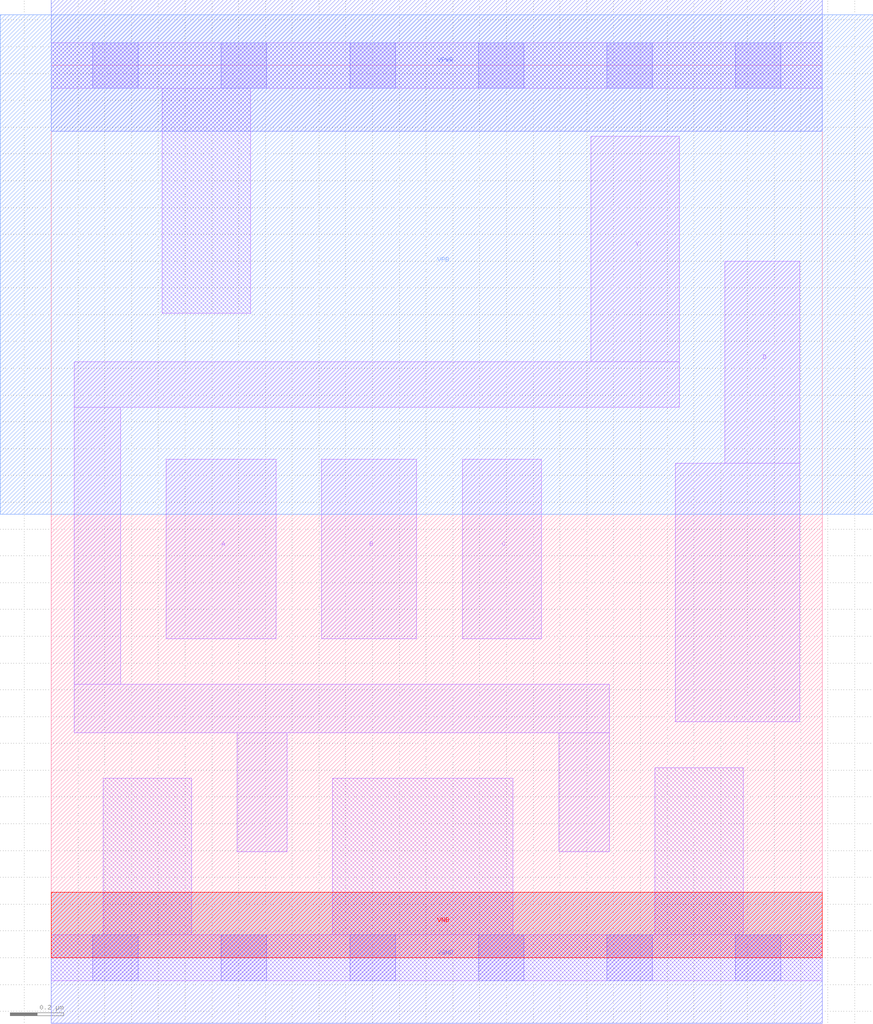
<source format=lef>
# Copyright 2020 The SkyWater PDK Authors
#
# Licensed under the Apache License, Version 2.0 (the "License");
# you may not use this file except in compliance with the License.
# You may obtain a copy of the License at
#
#     https://www.apache.org/licenses/LICENSE-2.0
#
# Unless required by applicable law or agreed to in writing, software
# distributed under the License is distributed on an "AS IS" BASIS,
# WITHOUT WARRANTIES OR CONDITIONS OF ANY KIND, either express or implied.
# See the License for the specific language governing permissions and
# limitations under the License.
#
# SPDX-License-Identifier: Apache-2.0

VERSION 5.7 ;
  NOWIREEXTENSIONATPIN ON ;
  DIVIDERCHAR "/" ;
  BUSBITCHARS "[]" ;
MACRO sky130_fd_sc_lp__nor4_0
  CLASS CORE ;
  FOREIGN sky130_fd_sc_lp__nor4_0 ;
  ORIGIN  0.000000  0.000000 ;
  SIZE  2.880000 BY  3.330000 ;
  SYMMETRY X Y R90 ;
  SITE unit ;
  PIN A
    ANTENNAGATEAREA  0.159000 ;
    DIRECTION INPUT ;
    USE SIGNAL ;
    PORT
      LAYER li1 ;
        RECT 0.430000 1.190000 0.840000 1.860000 ;
    END
  END A
  PIN B
    ANTENNAGATEAREA  0.159000 ;
    DIRECTION INPUT ;
    USE SIGNAL ;
    PORT
      LAYER li1 ;
        RECT 1.010000 1.190000 1.365000 1.860000 ;
    END
  END B
  PIN C
    ANTENNAGATEAREA  0.159000 ;
    DIRECTION INPUT ;
    USE SIGNAL ;
    PORT
      LAYER li1 ;
        RECT 1.535000 1.190000 1.830000 1.860000 ;
    END
  END C
  PIN D
    ANTENNAGATEAREA  0.159000 ;
    DIRECTION INPUT ;
    USE SIGNAL ;
    PORT
      LAYER li1 ;
        RECT 2.330000 0.880000 2.795000 1.845000 ;
        RECT 2.515000 1.845000 2.795000 2.600000 ;
    END
  END D
  PIN Y
    ANTENNADIFFAREA  0.404800 ;
    DIRECTION OUTPUT ;
    USE SIGNAL ;
    PORT
      LAYER li1 ;
        RECT 0.085000 0.840000 2.085000 1.020000 ;
        RECT 0.085000 1.020000 0.260000 2.055000 ;
        RECT 0.085000 2.055000 2.345000 2.225000 ;
        RECT 0.695000 0.395000 0.880000 0.840000 ;
        RECT 1.895000 0.395000 2.085000 0.840000 ;
        RECT 2.015000 2.225000 2.345000 3.065000 ;
    END
  END Y
  PIN VGND
    DIRECTION INOUT ;
    USE GROUND ;
    PORT
      LAYER met1 ;
        RECT 0.000000 -0.245000 2.880000 0.245000 ;
    END
  END VGND
  PIN VNB
    DIRECTION INOUT ;
    USE GROUND ;
    PORT
      LAYER pwell ;
        RECT 0.000000 0.000000 2.880000 0.245000 ;
    END
  END VNB
  PIN VPB
    DIRECTION INOUT ;
    USE POWER ;
    PORT
      LAYER nwell ;
        RECT -0.190000 1.655000 3.070000 3.520000 ;
    END
  END VPB
  PIN VPWR
    DIRECTION INOUT ;
    USE POWER ;
    PORT
      LAYER met1 ;
        RECT 0.000000 3.085000 2.880000 3.575000 ;
    END
  END VPWR
  OBS
    LAYER li1 ;
      RECT 0.000000 -0.085000 2.880000 0.085000 ;
      RECT 0.000000  3.245000 2.880000 3.415000 ;
      RECT 0.195000  0.085000 0.525000 0.670000 ;
      RECT 0.415000  2.405000 0.745000 3.245000 ;
      RECT 1.050000  0.085000 1.725000 0.670000 ;
      RECT 2.255000  0.085000 2.585000 0.710000 ;
    LAYER mcon ;
      RECT 0.155000 -0.085000 0.325000 0.085000 ;
      RECT 0.155000  3.245000 0.325000 3.415000 ;
      RECT 0.635000 -0.085000 0.805000 0.085000 ;
      RECT 0.635000  3.245000 0.805000 3.415000 ;
      RECT 1.115000 -0.085000 1.285000 0.085000 ;
      RECT 1.115000  3.245000 1.285000 3.415000 ;
      RECT 1.595000 -0.085000 1.765000 0.085000 ;
      RECT 1.595000  3.245000 1.765000 3.415000 ;
      RECT 2.075000 -0.085000 2.245000 0.085000 ;
      RECT 2.075000  3.245000 2.245000 3.415000 ;
      RECT 2.555000 -0.085000 2.725000 0.085000 ;
      RECT 2.555000  3.245000 2.725000 3.415000 ;
  END
END sky130_fd_sc_lp__nor4_0
END LIBRARY

</source>
